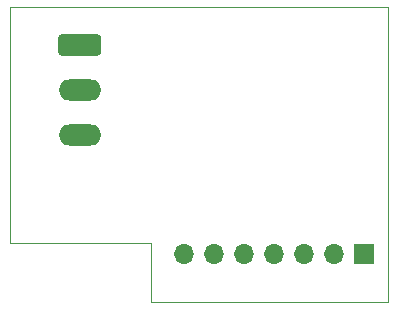
<source format=gbr>
%TF.GenerationSoftware,KiCad,Pcbnew,(5.1.8-0-10_14)*%
%TF.CreationDate,2020-11-27T12:30:10+01:00*%
%TF.ProjectId,FET_Driver,4645545f-4472-4697-9665-722e6b696361,rev?*%
%TF.SameCoordinates,Original*%
%TF.FileFunction,Soldermask,Bot*%
%TF.FilePolarity,Negative*%
%FSLAX46Y46*%
G04 Gerber Fmt 4.6, Leading zero omitted, Abs format (unit mm)*
G04 Created by KiCad (PCBNEW (5.1.8-0-10_14)) date 2020-11-27 12:30:10*
%MOMM*%
%LPD*%
G01*
G04 APERTURE LIST*
%TA.AperFunction,Profile*%
%ADD10C,0.050000*%
%TD*%
%ADD11O,1.700000X1.700000*%
%ADD12R,1.700000X1.700000*%
%ADD13O,3.600000X1.800000*%
G04 APERTURE END LIST*
D10*
X140000000Y-68000000D02*
X140000000Y-73000000D01*
X108000000Y-68000000D02*
X140000000Y-68000000D01*
X108000000Y-73000000D02*
X108000000Y-68000000D01*
X120000000Y-88000000D02*
X108000000Y-88000000D01*
X120000000Y-93000000D02*
X120000000Y-88000000D01*
X108000000Y-73000000D02*
X108000000Y-88000000D01*
X140000000Y-93000000D02*
X140000000Y-73000000D01*
X120000000Y-93000000D02*
X140000000Y-93000000D01*
D11*
%TO.C,J101*%
X122760000Y-88950000D03*
X125300000Y-88950000D03*
X127840000Y-88950000D03*
X130380000Y-88950000D03*
X132920000Y-88950000D03*
X135460000Y-88950000D03*
D12*
X138000000Y-88950000D03*
%TD*%
D13*
%TO.C,J102*%
X113920000Y-78830000D03*
X113920000Y-75020000D03*
G36*
G01*
X112370000Y-70310000D02*
X115470000Y-70310000D01*
G75*
G02*
X115720000Y-70560000I0J-250000D01*
G01*
X115720000Y-71860000D01*
G75*
G02*
X115470000Y-72110000I-250000J0D01*
G01*
X112370000Y-72110000D01*
G75*
G02*
X112120000Y-71860000I0J250000D01*
G01*
X112120000Y-70560000D01*
G75*
G02*
X112370000Y-70310000I250000J0D01*
G01*
G37*
%TD*%
M02*

</source>
